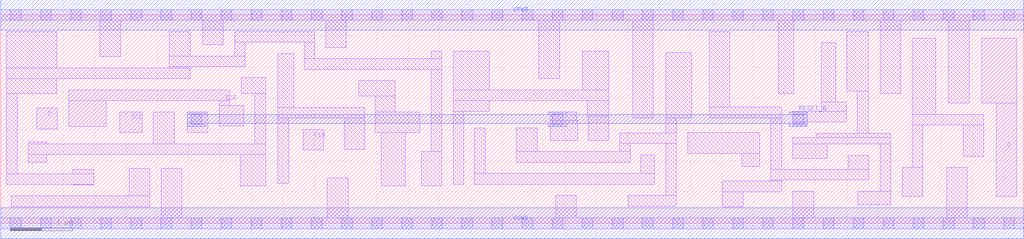
<source format=lef>
# Copyright 2020 The SkyWater PDK Authors
#
# Licensed under the Apache License, Version 2.0 (the "License");
# you may not use this file except in compliance with the License.
# You may obtain a copy of the License at
#
#     https://www.apache.org/licenses/LICENSE-2.0
#
# Unless required by applicable law or agreed to in writing, software
# distributed under the License is distributed on an "AS IS" BASIS,
# WITHOUT WARRANTIES OR CONDITIONS OF ANY KIND, either express or implied.
# See the License for the specific language governing permissions and
# limitations under the License.
#
# SPDX-License-Identifier: Apache-2.0

VERSION 5.7 ;
  NAMESCASESENSITIVE ON ;
  NOWIREEXTENSIONATPIN ON ;
  DIVIDERCHAR "/" ;
  BUSBITCHARS "[]" ;
UNITS
  DATABASE MICRONS 200 ;
END UNITS
MACRO sky130_fd_sc_lp__sdfrtp_lp2
  CLASS CORE ;
  SOURCE USER ;
  FOREIGN sky130_fd_sc_lp__sdfrtp_lp2 ;
  ORIGIN  0.000000  0.000000 ;
  SIZE  16.32000 BY  3.330000 ;
  SYMMETRY R90 ;
  SITE unit ;
  PIN D
    ANTENNAGATEAREA  0.313000 ;
    DIRECTION INPUT ;
    USE SIGNAL ;
    PORT
      LAYER li1 ;
        RECT 0.575000 1.510000 0.905000 1.840000 ;
    END
  END D
  PIN Q
    ANTENNADIFFAREA  0.404700 ;
    DIRECTION OUTPUT ;
    USE SIGNAL ;
    PORT
      LAYER li1 ;
        RECT 15.645000 1.920000 16.205000 2.960000 ;
        RECT 15.875000 0.430000 16.205000 1.920000 ;
    END
  END Q
  PIN RESET_B
    ANTENNAGATEAREA  0.939000 ;
    DIRECTION INPUT ;
    USE SIGNAL ;
    PORT
      LAYER met1 ;
        RECT  2.975000 1.550000  3.265000 1.595000 ;
        RECT  2.975000 1.595000 12.865000 1.735000 ;
        RECT  2.975000 1.735000  3.265000 1.780000 ;
        RECT  8.735000 1.550000  9.025000 1.595000 ;
        RECT  8.735000 1.735000  9.025000 1.780000 ;
        RECT 12.575000 1.550000 12.865000 1.595000 ;
        RECT 12.575000 1.735000 12.865000 1.780000 ;
    END
  END RESET_B
  PIN SCD
    ANTENNAGATEAREA  0.313000 ;
    DIRECTION INPUT ;
    USE SIGNAL ;
    PORT
      LAYER li1 ;
        RECT 1.895000 1.450000 2.255000 1.780000 ;
    END
  END SCD
  PIN SCE
    ANTENNAGATEAREA  0.689000 ;
    DIRECTION INPUT ;
    USE SIGNAL ;
    PORT
      LAYER li1 ;
        RECT 1.085000 1.550000 1.685000 1.960000 ;
        RECT 1.085000 1.960000 3.655000 2.130000 ;
        RECT 3.485000 1.555000 3.875000 1.885000 ;
        RECT 3.485000 1.885000 3.655000 1.960000 ;
    END
  END SCE
  PIN CLK
    ANTENNAGATEAREA  0.376000 ;
    DIRECTION INPUT ;
    USE CLOCK ;
    PORT
      LAYER li1 ;
        RECT 4.825000 1.170000 5.155000 1.500000 ;
    END
  END CLK
  PIN VGND
    DIRECTION INOUT ;
    USE GROUND ;
    PORT
      LAYER met1 ;
        RECT 0.000000 -0.245000 16.320000 0.245000 ;
    END
  END VGND
  PIN VPWR
    DIRECTION INOUT ;
    USE POWER ;
    PORT
      LAYER met1 ;
        RECT 0.000000 3.085000 16.320000 3.575000 ;
    END
  END VPWR
  OBS
    LAYER li1 ;
      RECT  0.000000 -0.085000 16.320000 0.085000 ;
      RECT  0.000000  3.245000 16.320000 3.415000 ;
      RECT  0.090000  0.620000  1.480000 0.790000 ;
      RECT  0.090000  0.790000  0.260000 2.075000 ;
      RECT  0.090000  2.075000  0.890000 2.310000 ;
      RECT  0.090000  2.310000  3.020000 2.480000 ;
      RECT  0.090000  2.480000  0.890000 3.065000 ;
      RECT  0.170000  0.265000  2.380000 0.435000 ;
      RECT  0.170000  0.435000  0.500000 0.440000 ;
      RECT  0.440000  0.970000  0.735000 1.100000 ;
      RECT  0.440000  1.100000  4.225000 1.270000 ;
      RECT  0.440000  1.270000  0.735000 1.300000 ;
      RECT  1.150000  0.615000  1.480000 0.620000 ;
      RECT  1.150000  0.790000  1.480000 0.865000 ;
      RECT  1.580000  2.660000  1.910000 3.245000 ;
      RECT  2.050000  0.435000  2.380000 0.880000 ;
      RECT  2.435000  1.270000  2.765000 1.780000 ;
      RECT  2.560000  0.085000  2.890000 0.880000 ;
      RECT  2.690000  2.480000  3.020000 2.505000 ;
      RECT  2.690000  2.505000  3.900000 2.675000 ;
      RECT  2.690000  2.675000  3.020000 3.065000 ;
      RECT  2.975000  1.450000  3.305000 1.780000 ;
      RECT  3.220000  2.855000  3.550000 3.245000 ;
      RECT  3.730000  2.675000  3.900000 2.895000 ;
      RECT  3.730000  2.895000  5.010000 3.065000 ;
      RECT  3.820000  0.595000  4.225000 1.100000 ;
      RECT  3.835000  2.075000  4.225000 2.325000 ;
      RECT  4.055000  1.270000  4.225000 2.075000 ;
      RECT  4.420000  0.635000  4.590000 1.680000 ;
      RECT  4.420000  1.680000  5.805000 1.850000 ;
      RECT  4.420000  1.850000  4.670000 2.715000 ;
      RECT  4.840000  2.460000  7.035000 2.630000 ;
      RECT  4.840000  2.630000  5.010000 2.895000 ;
      RECT  5.180000  2.810000  5.510000 3.245000 ;
      RECT  5.210000  0.085000  5.540000 0.725000 ;
      RECT  5.475000  1.180000  5.805000 1.680000 ;
      RECT  5.710000  2.030000  6.290000 2.280000 ;
      RECT  5.975000  1.450000  6.685000 1.780000 ;
      RECT  5.975000  1.780000  6.290000 2.030000 ;
      RECT  6.070000  0.595000  6.455000 1.450000 ;
      RECT  6.705000  0.595000  7.035000 1.145000 ;
      RECT  6.865000  1.145000  7.035000 2.460000 ;
      RECT  6.865000  2.630000  7.035000 2.755000 ;
      RECT  7.215000  0.625000  7.385000 1.790000 ;
      RECT  7.215000  1.790000  7.790000 1.960000 ;
      RECT  7.215000  1.960000  9.700000 2.130000 ;
      RECT  7.215000  2.130000  7.790000 2.755000 ;
      RECT  7.555000  0.625000 10.425000 0.795000 ;
      RECT  7.555000  0.795000  7.725000 1.525000 ;
      RECT  8.225000  0.975000 10.040000 1.145000 ;
      RECT  8.225000  1.145000  8.555000 1.525000 ;
      RECT  8.585000  2.310000  8.915000 3.245000 ;
      RECT  8.765000  1.325000  9.200000 1.645000 ;
      RECT  8.765000  1.645000  9.185000 1.780000 ;
      RECT  8.850000  0.085000  9.180000 0.445000 ;
      RECT  9.275000  2.130000  9.700000 2.755000 ;
      RECT  9.355000  1.715000  9.700000 1.960000 ;
      RECT  9.370000  1.325000  9.700000 1.715000 ;
      RECT  9.870000  1.145000 10.040000 1.275000 ;
      RECT  9.870000  1.275000 10.775000 1.445000 ;
      RECT 10.005000  0.275000 10.775000 0.445000 ;
      RECT 10.080000  1.685000 10.410000 3.245000 ;
      RECT 10.210000  0.795000 10.425000 1.095000 ;
      RECT 10.605000  0.445000 10.775000 1.275000 ;
      RECT 10.605000  1.445000 10.775000 1.685000 ;
      RECT 10.605000  1.685000 11.020000 2.725000 ;
      RECT 10.955000  1.120000 12.105000 1.450000 ;
      RECT 11.300000  1.685000 12.455000 1.855000 ;
      RECT 11.300000  1.855000 11.630000 3.065000 ;
      RECT 11.510000  0.265000 11.840000 0.505000 ;
      RECT 11.510000  0.505000 12.455000 0.675000 ;
      RECT 11.815000  0.910000 12.105000 1.120000 ;
      RECT 12.285000  0.675000 12.455000 0.690000 ;
      RECT 12.285000  0.690000 13.845000 0.860000 ;
      RECT 12.285000  0.860000 12.455000 1.685000 ;
      RECT 12.400000  2.075000 12.650000 3.245000 ;
      RECT 12.635000  0.085000 12.965000 0.510000 ;
      RECT 12.635000  1.040000 13.185000 1.265000 ;
      RECT 12.635000  1.265000 14.195000 1.370000 ;
      RECT 12.635000  1.550000 12.835000 1.615000 ;
      RECT 12.635000  1.615000 13.485000 1.785000 ;
      RECT 13.015000  1.370000 14.195000 1.435000 ;
      RECT 13.085000  1.785000 13.485000 1.935000 ;
      RECT 13.085000  1.935000 13.315000 2.890000 ;
      RECT 13.495000  2.115000 13.835000 3.065000 ;
      RECT 13.515000  0.860000 13.845000 1.085000 ;
      RECT 13.665000  1.435000 13.835000 2.115000 ;
      RECT 13.670000  0.295000 14.195000 0.510000 ;
      RECT 14.025000  0.510000 14.195000 1.265000 ;
      RECT 14.025000  2.075000 14.355000 3.245000 ;
      RECT 14.375000  0.430000 14.705000 0.890000 ;
      RECT 14.535000  0.890000 14.705000 1.570000 ;
      RECT 14.535000  1.570000 15.680000 1.740000 ;
      RECT 14.535000  1.740000 14.915000 2.960000 ;
      RECT 15.085000  0.085000 15.415000 0.890000 ;
      RECT 15.115000  1.920000 15.445000 3.245000 ;
      RECT 15.350000  1.070000 15.680000 1.570000 ;
    LAYER mcon ;
      RECT  0.155000 -0.085000  0.325000 0.085000 ;
      RECT  0.155000  3.245000  0.325000 3.415000 ;
      RECT  0.635000 -0.085000  0.805000 0.085000 ;
      RECT  0.635000  3.245000  0.805000 3.415000 ;
      RECT  1.115000 -0.085000  1.285000 0.085000 ;
      RECT  1.115000  3.245000  1.285000 3.415000 ;
      RECT  1.595000 -0.085000  1.765000 0.085000 ;
      RECT  1.595000  3.245000  1.765000 3.415000 ;
      RECT  2.075000 -0.085000  2.245000 0.085000 ;
      RECT  2.075000  3.245000  2.245000 3.415000 ;
      RECT  2.555000 -0.085000  2.725000 0.085000 ;
      RECT  2.555000  3.245000  2.725000 3.415000 ;
      RECT  3.035000 -0.085000  3.205000 0.085000 ;
      RECT  3.035000  1.580000  3.205000 1.750000 ;
      RECT  3.035000  3.245000  3.205000 3.415000 ;
      RECT  3.515000 -0.085000  3.685000 0.085000 ;
      RECT  3.515000  3.245000  3.685000 3.415000 ;
      RECT  3.995000 -0.085000  4.165000 0.085000 ;
      RECT  3.995000  3.245000  4.165000 3.415000 ;
      RECT  4.475000 -0.085000  4.645000 0.085000 ;
      RECT  4.475000  3.245000  4.645000 3.415000 ;
      RECT  4.955000 -0.085000  5.125000 0.085000 ;
      RECT  4.955000  3.245000  5.125000 3.415000 ;
      RECT  5.435000 -0.085000  5.605000 0.085000 ;
      RECT  5.435000  3.245000  5.605000 3.415000 ;
      RECT  5.915000 -0.085000  6.085000 0.085000 ;
      RECT  5.915000  3.245000  6.085000 3.415000 ;
      RECT  6.395000 -0.085000  6.565000 0.085000 ;
      RECT  6.395000  3.245000  6.565000 3.415000 ;
      RECT  6.875000 -0.085000  7.045000 0.085000 ;
      RECT  6.875000  3.245000  7.045000 3.415000 ;
      RECT  7.355000 -0.085000  7.525000 0.085000 ;
      RECT  7.355000  3.245000  7.525000 3.415000 ;
      RECT  7.835000 -0.085000  8.005000 0.085000 ;
      RECT  7.835000  3.245000  8.005000 3.415000 ;
      RECT  8.315000 -0.085000  8.485000 0.085000 ;
      RECT  8.315000  3.245000  8.485000 3.415000 ;
      RECT  8.795000 -0.085000  8.965000 0.085000 ;
      RECT  8.795000  1.580000  8.965000 1.750000 ;
      RECT  8.795000  3.245000  8.965000 3.415000 ;
      RECT  9.275000 -0.085000  9.445000 0.085000 ;
      RECT  9.275000  3.245000  9.445000 3.415000 ;
      RECT  9.755000 -0.085000  9.925000 0.085000 ;
      RECT  9.755000  3.245000  9.925000 3.415000 ;
      RECT 10.235000 -0.085000 10.405000 0.085000 ;
      RECT 10.235000  3.245000 10.405000 3.415000 ;
      RECT 10.715000 -0.085000 10.885000 0.085000 ;
      RECT 10.715000  3.245000 10.885000 3.415000 ;
      RECT 11.195000 -0.085000 11.365000 0.085000 ;
      RECT 11.195000  3.245000 11.365000 3.415000 ;
      RECT 11.675000 -0.085000 11.845000 0.085000 ;
      RECT 11.675000  3.245000 11.845000 3.415000 ;
      RECT 12.155000 -0.085000 12.325000 0.085000 ;
      RECT 12.155000  3.245000 12.325000 3.415000 ;
      RECT 12.635000 -0.085000 12.805000 0.085000 ;
      RECT 12.635000  1.580000 12.805000 1.750000 ;
      RECT 12.635000  3.245000 12.805000 3.415000 ;
      RECT 13.115000 -0.085000 13.285000 0.085000 ;
      RECT 13.115000  3.245000 13.285000 3.415000 ;
      RECT 13.595000 -0.085000 13.765000 0.085000 ;
      RECT 13.595000  3.245000 13.765000 3.415000 ;
      RECT 14.075000 -0.085000 14.245000 0.085000 ;
      RECT 14.075000  3.245000 14.245000 3.415000 ;
      RECT 14.555000 -0.085000 14.725000 0.085000 ;
      RECT 14.555000  3.245000 14.725000 3.415000 ;
      RECT 15.035000 -0.085000 15.205000 0.085000 ;
      RECT 15.035000  3.245000 15.205000 3.415000 ;
      RECT 15.515000 -0.085000 15.685000 0.085000 ;
      RECT 15.515000  3.245000 15.685000 3.415000 ;
      RECT 15.995000 -0.085000 16.165000 0.085000 ;
      RECT 15.995000  3.245000 16.165000 3.415000 ;
  END
END sky130_fd_sc_lp__sdfrtp_lp2

</source>
